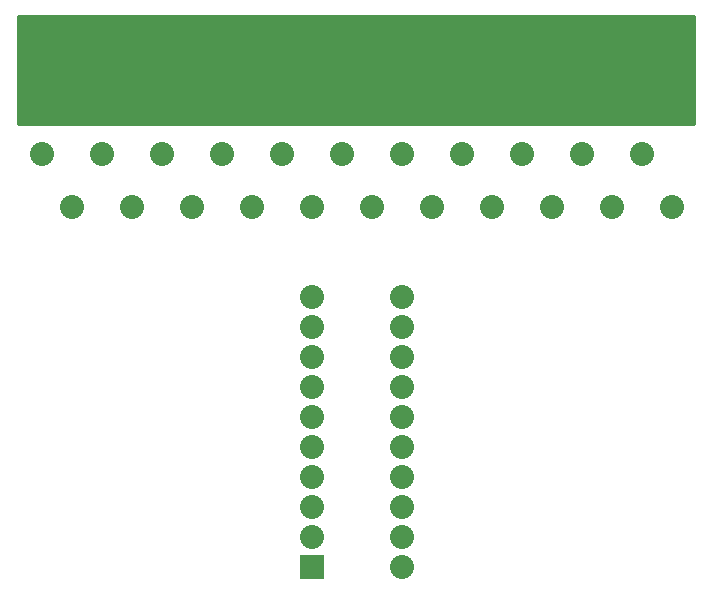
<source format=gbs>
%FSTAX24Y24*%
%MOIN*%
%IN MASK2.gbs *%
%ADD10C,0.0100*%
%ADD11C,0.0800*%
%ADD12R,0.0800X0.0800*%
D11*X011466Y016241D03*X015466D03*X007466D03*X021466D03*X003466D03*
X013466D03*D12*X010466Y002491D03*D11*X013466Y008491D03*Y010491D03*
Y007491D03*Y006491D03*Y005491D03*Y004491D03*Y003491D03*Y002491D03*
X010466Y010491D03*Y003491D03*Y004491D03*Y005491D03*Y011491D03*
X013466D03*X010466Y006491D03*Y007491D03*Y008491D03*Y009491D03*
X013466D03*X005466Y016241D03*X002466Y014491D03*X004466D03*X006466D03*
X008466D03*X010466D03*X020466D03*X012466D03*X019466Y016241D03*
X016466Y014491D03*X018466D03*X014466D03*X001466Y016241D03*X009466D03*
X022466Y014491D03*X017466Y016241D03*D10*X000689Y017241D02*
G01X023216D01*X000689Y017291D02*X023216D01*X000689Y017341D02*
X023216D01*X000689Y01739D02*X023216D01*X000689Y01744D02*X023216D01*
X000689Y017489D02*X023216D01*X000689Y017539D02*X023216D01*
X000689Y017589D02*X023216D01*X000689Y017638D02*X023216D01*
X000689Y017688D02*X023216D01*X000689Y017738D02*X023216D01*
X000689Y017787D02*X023216D01*X000689Y017837D02*X023216D01*
X000689Y017887D02*X023216D01*X000689Y017936D02*X023216D01*
X000689Y017986D02*X023216D01*X000689Y018036D02*X023216D01*
X000689Y018085D02*X023216D01*X000689Y018135D02*X023216D01*
X000689Y018185D02*X023216D01*X000689Y018234D02*X023216D01*
X000689Y018284D02*X023216D01*X000689Y018334D02*X023216D01*
X000689Y018383D02*X023216D01*X000689Y018433D02*X023216D01*
X000689Y018483D02*X023216D01*X000689Y018532D02*X023216D01*
X000689Y018582D02*X023216D01*X000689Y018632D02*X023216D01*
X000689Y018681D02*X023216D01*X000689Y018731D02*X023216D01*
X000689Y018781D02*X023216D01*X000689Y01883D02*X023216D01*
X000689Y01888D02*X023216D01*X000689Y01893D02*X023216D01*
X000689Y018979D02*X023216D01*X000689Y019029D02*X023216D01*
X000689Y019079D02*X023216D01*X000689Y019128D02*X023216D01*
X000689Y019178D02*X023216D01*X000689Y019227D02*X023216D01*
X000689Y019277D02*X023216D01*X000689Y019327D02*X023216D01*
X000689Y019376D02*X023216D01*X000689Y019426D02*X023216D01*
X000689Y019476D02*X023216D01*X000689Y019525D02*X023216D01*
X000689Y019575D02*X023216D01*X000689Y019625D02*X023216D01*
X000689Y019674D02*X023216D01*X000689Y019724D02*X023216D01*
X000689Y019774D02*X023216D01*X000689Y019823D02*X023216D01*
X000689Y019873D02*X023216D01*X000689Y019923D02*X023216D01*
X000689Y019972D02*X023216D01*X000689Y020022D02*X023216D01*
X000689Y020072D02*X023216D01*X000689Y020121D02*X023216D01*
X000689Y020171D02*X023216D01*X000689Y020221D02*X023216D01*
X000689Y02027D02*X023216D01*X000689Y02032D02*X023216D01*
X000689Y02037D02*X023216D01*X000689Y020419D02*X023216D01*
X000689Y020469D02*X023216D01*X000689Y020519D02*X023216D01*
X000689Y020568D02*X023216D01*X000689Y020618D02*X023216D01*
X000689Y020668D02*X023216D01*X000689Y020717D02*X023216D01*
X000689Y020767D02*X023216D01*X000689Y020817D02*X023216D01*
X012466Y017241D02*X023216D01*Y020866D01*X000689D01*Y017241D01*
X012466D01*
M02*
</source>
